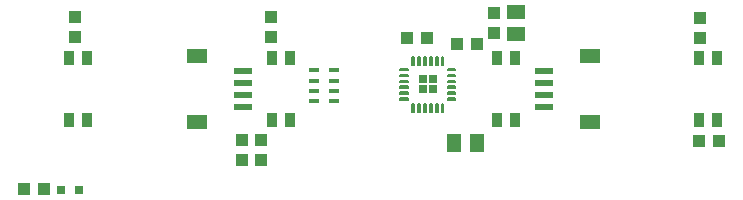
<source format=gbr>
G04 EAGLE Gerber RS-274X export*
G75*
%MOMM*%
%FSLAX34Y34*%
%LPD*%
%INSolderpaste Top*%
%IPPOS*%
%AMOC8*
5,1,8,0,0,1.08239X$1,22.5*%
G01*
%ADD10R,0.900000X1.200000*%
%ADD11R,1.000000X1.075000*%
%ADD12R,1.240000X1.500000*%
%ADD13R,1.500000X1.240000*%
%ADD14R,1.075000X1.000000*%
%ADD15R,1.550000X0.600000*%
%ADD16R,1.800000X1.200000*%
%ADD17R,0.800000X0.800000*%
%ADD18C,0.140000*%
%ADD19R,0.650000X0.650000*%
%ADD20R,0.900000X0.450000*%


D10*
X259200Y26500D03*
X274200Y26500D03*
X259200Y-26500D03*
X274200Y-26500D03*
D11*
X-269875Y44205D03*
X-269875Y61205D03*
D12*
X70460Y-45720D03*
X51460Y-45720D03*
D13*
X103505Y46380D03*
X103505Y65380D03*
D14*
X28185Y43180D03*
X11185Y43180D03*
D15*
X-127260Y5000D03*
X-127260Y-5000D03*
X-127260Y15000D03*
X-127260Y-15000D03*
D16*
X-166260Y28000D03*
X-166260Y-28000D03*
D15*
X127260Y-5000D03*
X127260Y5000D03*
X127260Y-15000D03*
X127260Y15000D03*
D16*
X166260Y-28000D03*
X166260Y28000D03*
D17*
X-266185Y-85725D03*
X-281185Y-85725D03*
D14*
X-312665Y-85090D03*
X-295665Y-85090D03*
D11*
X259715Y42935D03*
X259715Y59935D03*
X-103505Y44205D03*
X-103505Y61205D03*
X85090Y47380D03*
X85090Y64380D03*
D10*
X87750Y26500D03*
X102750Y26500D03*
X87750Y-26500D03*
X102750Y-26500D03*
X-102750Y26500D03*
X-87750Y26500D03*
X-102750Y-26500D03*
X-87750Y-26500D03*
X-274200Y26500D03*
X-259200Y26500D03*
X-274200Y-26500D03*
X-259200Y-26500D03*
D14*
X53730Y38100D03*
X70730Y38100D03*
X275835Y-44450D03*
X258835Y-44450D03*
D18*
X42410Y20510D02*
X42410Y27110D01*
X42410Y20510D02*
X41010Y20510D01*
X41010Y27110D01*
X42410Y27110D01*
X42410Y21840D02*
X41010Y21840D01*
X41010Y23170D02*
X42410Y23170D01*
X42410Y24500D02*
X41010Y24500D01*
X41010Y25830D02*
X42410Y25830D01*
X37410Y27110D02*
X37410Y20510D01*
X36010Y20510D01*
X36010Y27110D01*
X37410Y27110D01*
X37410Y21840D02*
X36010Y21840D01*
X36010Y23170D02*
X37410Y23170D01*
X37410Y24500D02*
X36010Y24500D01*
X36010Y25830D02*
X37410Y25830D01*
X32410Y27110D02*
X32410Y20510D01*
X31010Y20510D01*
X31010Y27110D01*
X32410Y27110D01*
X32410Y21840D02*
X31010Y21840D01*
X31010Y23170D02*
X32410Y23170D01*
X32410Y24500D02*
X31010Y24500D01*
X31010Y25830D02*
X32410Y25830D01*
X27410Y27110D02*
X27410Y20510D01*
X26010Y20510D01*
X26010Y27110D01*
X27410Y27110D01*
X27410Y21840D02*
X26010Y21840D01*
X26010Y23170D02*
X27410Y23170D01*
X27410Y24500D02*
X26010Y24500D01*
X26010Y25830D02*
X27410Y25830D01*
X22410Y27110D02*
X22410Y20510D01*
X21010Y20510D01*
X21010Y27110D01*
X22410Y27110D01*
X22410Y21840D02*
X21010Y21840D01*
X21010Y23170D02*
X22410Y23170D01*
X22410Y24500D02*
X21010Y24500D01*
X21010Y25830D02*
X22410Y25830D01*
X17410Y27110D02*
X17410Y20510D01*
X16010Y20510D01*
X16010Y27110D01*
X17410Y27110D01*
X17410Y21840D02*
X16010Y21840D01*
X16010Y23170D02*
X17410Y23170D01*
X17410Y24500D02*
X16010Y24500D01*
X16010Y25830D02*
X17410Y25830D01*
X12510Y15610D02*
X5910Y15610D01*
X5910Y17010D01*
X12510Y17010D01*
X12510Y15610D01*
X12510Y16940D02*
X5910Y16940D01*
X5910Y10610D02*
X12510Y10610D01*
X5910Y10610D02*
X5910Y12010D01*
X12510Y12010D01*
X12510Y10610D01*
X12510Y11940D02*
X5910Y11940D01*
X5910Y5610D02*
X12510Y5610D01*
X5910Y5610D02*
X5910Y7010D01*
X12510Y7010D01*
X12510Y5610D01*
X12510Y6940D02*
X5910Y6940D01*
X5910Y610D02*
X12510Y610D01*
X5910Y610D02*
X5910Y2010D01*
X12510Y2010D01*
X12510Y610D01*
X12510Y1940D02*
X5910Y1940D01*
X5910Y-4390D02*
X12510Y-4390D01*
X5910Y-4390D02*
X5910Y-2990D01*
X12510Y-2990D01*
X12510Y-4390D01*
X12510Y-3060D02*
X5910Y-3060D01*
X5910Y-9390D02*
X12510Y-9390D01*
X5910Y-9390D02*
X5910Y-7990D01*
X12510Y-7990D01*
X12510Y-9390D01*
X12510Y-8060D02*
X5910Y-8060D01*
X16010Y-12890D02*
X16010Y-19490D01*
X16010Y-12890D02*
X17410Y-12890D01*
X17410Y-19490D01*
X16010Y-19490D01*
X16010Y-18160D02*
X17410Y-18160D01*
X17410Y-16830D02*
X16010Y-16830D01*
X16010Y-15500D02*
X17410Y-15500D01*
X17410Y-14170D02*
X16010Y-14170D01*
X21010Y-12890D02*
X21010Y-19490D01*
X21010Y-12890D02*
X22410Y-12890D01*
X22410Y-19490D01*
X21010Y-19490D01*
X21010Y-18160D02*
X22410Y-18160D01*
X22410Y-16830D02*
X21010Y-16830D01*
X21010Y-15500D02*
X22410Y-15500D01*
X22410Y-14170D02*
X21010Y-14170D01*
X26010Y-12890D02*
X26010Y-19490D01*
X26010Y-12890D02*
X27410Y-12890D01*
X27410Y-19490D01*
X26010Y-19490D01*
X26010Y-18160D02*
X27410Y-18160D01*
X27410Y-16830D02*
X26010Y-16830D01*
X26010Y-15500D02*
X27410Y-15500D01*
X27410Y-14170D02*
X26010Y-14170D01*
X31010Y-12890D02*
X31010Y-19490D01*
X31010Y-12890D02*
X32410Y-12890D01*
X32410Y-19490D01*
X31010Y-19490D01*
X31010Y-18160D02*
X32410Y-18160D01*
X32410Y-16830D02*
X31010Y-16830D01*
X31010Y-15500D02*
X32410Y-15500D01*
X32410Y-14170D02*
X31010Y-14170D01*
X36010Y-12890D02*
X36010Y-19490D01*
X36010Y-12890D02*
X37410Y-12890D01*
X37410Y-19490D01*
X36010Y-19490D01*
X36010Y-18160D02*
X37410Y-18160D01*
X37410Y-16830D02*
X36010Y-16830D01*
X36010Y-15500D02*
X37410Y-15500D01*
X37410Y-14170D02*
X36010Y-14170D01*
X41010Y-12890D02*
X41010Y-19490D01*
X41010Y-12890D02*
X42410Y-12890D01*
X42410Y-19490D01*
X41010Y-19490D01*
X41010Y-18160D02*
X42410Y-18160D01*
X42410Y-16830D02*
X41010Y-16830D01*
X41010Y-15500D02*
X42410Y-15500D01*
X42410Y-14170D02*
X41010Y-14170D01*
X45910Y-7990D02*
X52510Y-7990D01*
X52510Y-9390D01*
X45910Y-9390D01*
X45910Y-7990D01*
X45910Y-8060D02*
X52510Y-8060D01*
X52510Y-2990D02*
X45910Y-2990D01*
X52510Y-2990D02*
X52510Y-4390D01*
X45910Y-4390D01*
X45910Y-2990D01*
X45910Y-3060D02*
X52510Y-3060D01*
X52510Y2010D02*
X45910Y2010D01*
X52510Y2010D02*
X52510Y610D01*
X45910Y610D01*
X45910Y2010D01*
X45910Y1940D02*
X52510Y1940D01*
X52510Y7010D02*
X45910Y7010D01*
X52510Y7010D02*
X52510Y5610D01*
X45910Y5610D01*
X45910Y7010D01*
X45910Y6940D02*
X52510Y6940D01*
X52510Y12010D02*
X45910Y12010D01*
X52510Y12010D02*
X52510Y10610D01*
X45910Y10610D01*
X45910Y12010D01*
X45910Y11940D02*
X52510Y11940D01*
X52510Y17010D02*
X45910Y17010D01*
X52510Y17010D02*
X52510Y15610D01*
X45910Y15610D01*
X45910Y17010D01*
X45910Y16940D02*
X52510Y16940D01*
D19*
X33460Y-440D03*
X24960Y-440D03*
X33460Y8060D03*
X24960Y8060D03*
D11*
X-128270Y-60570D03*
X-128270Y-43570D03*
X-111760Y-60570D03*
X-111760Y-43570D03*
D20*
X-66920Y-10460D03*
X-49920Y-10460D03*
X-66920Y-1460D03*
X-66920Y6540D03*
X-66920Y15540D03*
X-49920Y15540D03*
X-49920Y-1460D03*
X-49920Y6540D03*
M02*

</source>
